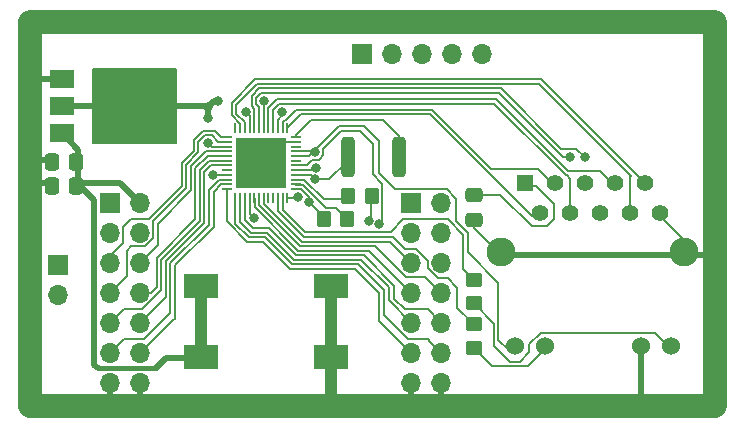
<source format=gbr>
%TF.GenerationSoftware,KiCad,Pcbnew,(6.0.11)*%
%TF.CreationDate,2025-03-13T12:33:08+04:00*%
%TF.ProjectId,gig_E,6769675f-452e-46b6-9963-61645f706362,rev?*%
%TF.SameCoordinates,Original*%
%TF.FileFunction,Copper,L1,Top*%
%TF.FilePolarity,Positive*%
%FSLAX46Y46*%
G04 Gerber Fmt 4.6, Leading zero omitted, Abs format (unit mm)*
G04 Created by KiCad (PCBNEW (6.0.11)) date 2025-03-13 12:33:08*
%MOMM*%
%LPD*%
G01*
G04 APERTURE LIST*
G04 Aperture macros list*
%AMRoundRect*
0 Rectangle with rounded corners*
0 $1 Rounding radius*
0 $2 $3 $4 $5 $6 $7 $8 $9 X,Y pos of 4 corners*
0 Add a 4 corners polygon primitive as box body*
4,1,4,$2,$3,$4,$5,$6,$7,$8,$9,$2,$3,0*
0 Add four circle primitives for the rounded corners*
1,1,$1+$1,$2,$3*
1,1,$1+$1,$4,$5*
1,1,$1+$1,$6,$7*
1,1,$1+$1,$8,$9*
0 Add four rect primitives between the rounded corners*
20,1,$1+$1,$2,$3,$4,$5,0*
20,1,$1+$1,$4,$5,$6,$7,0*
20,1,$1+$1,$6,$7,$8,$9,0*
20,1,$1+$1,$8,$9,$2,$3,0*%
G04 Aperture macros list end*
%TA.AperFunction,NonConductor*%
%ADD10C,0.200000*%
%TD*%
%TA.AperFunction,SMDPad,CuDef*%
%ADD11RoundRect,0.250000X0.312500X1.450000X-0.312500X1.450000X-0.312500X-1.450000X0.312500X-1.450000X0*%
%TD*%
%TA.AperFunction,SMDPad,CuDef*%
%ADD12R,2.000000X1.500000*%
%TD*%
%TA.AperFunction,SMDPad,CuDef*%
%ADD13R,2.000000X3.800000*%
%TD*%
%TA.AperFunction,ComponentPad*%
%ADD14R,1.700000X1.700000*%
%TD*%
%TA.AperFunction,ComponentPad*%
%ADD15O,1.700000X1.700000*%
%TD*%
%TA.AperFunction,SMDPad,CuDef*%
%ADD16RoundRect,0.050000X-0.050000X0.350000X-0.050000X-0.350000X0.050000X-0.350000X0.050000X0.350000X0*%
%TD*%
%TA.AperFunction,SMDPad,CuDef*%
%ADD17RoundRect,0.050000X-0.350000X0.050000X-0.350000X-0.050000X0.350000X-0.050000X0.350000X0.050000X0*%
%TD*%
%TA.AperFunction,ComponentPad*%
%ADD18C,1.600000*%
%TD*%
%TA.AperFunction,SMDPad,CuDef*%
%ADD19R,4.300000X4.300000*%
%TD*%
%TA.AperFunction,ComponentPad*%
%ADD20C,2.500000*%
%TD*%
%TA.AperFunction,SMDPad,CuDef*%
%ADD21RoundRect,0.250000X0.337500X0.475000X-0.337500X0.475000X-0.337500X-0.475000X0.337500X-0.475000X0*%
%TD*%
%TA.AperFunction,SMDPad,CuDef*%
%ADD22RoundRect,0.250000X0.450000X-0.350000X0.450000X0.350000X-0.450000X0.350000X-0.450000X-0.350000X0*%
%TD*%
%TA.AperFunction,SMDPad,CuDef*%
%ADD23RoundRect,0.250000X-0.475000X0.337500X-0.475000X-0.337500X0.475000X-0.337500X0.475000X0.337500X0*%
%TD*%
%TA.AperFunction,SMDPad,CuDef*%
%ADD24RoundRect,0.250000X0.350000X0.450000X-0.350000X0.450000X-0.350000X-0.450000X0.350000X-0.450000X0*%
%TD*%
%TA.AperFunction,ComponentPad*%
%ADD25R,1.398000X1.398000*%
%TD*%
%TA.AperFunction,ComponentPad*%
%ADD26C,1.398000*%
%TD*%
%TA.AperFunction,ComponentPad*%
%ADD27C,1.530000*%
%TD*%
%TA.AperFunction,ComponentPad*%
%ADD28C,2.445000*%
%TD*%
%TA.AperFunction,SMDPad,CuDef*%
%ADD29R,3.000000X2.000000*%
%TD*%
%TA.AperFunction,ViaPad*%
%ADD30C,0.800000*%
%TD*%
%TA.AperFunction,Conductor*%
%ADD31C,0.200000*%
%TD*%
%TA.AperFunction,Conductor*%
%ADD32C,0.500000*%
%TD*%
%TA.AperFunction,Conductor*%
%ADD33C,0.400000*%
%TD*%
%TA.AperFunction,Conductor*%
%ADD34C,1.000000*%
%TD*%
%TA.AperFunction,Conductor*%
%ADD35C,2.000000*%
%TD*%
G04 APERTURE END LIST*
D10*
G36*
X63400000Y-126200000D02*
G01*
X56400000Y-126200000D01*
X56400000Y-119950000D01*
X63400000Y-119950000D01*
X63400000Y-126200000D01*
G37*
X63400000Y-126200000D02*
X56400000Y-126200000D01*
X56400000Y-119950000D01*
X63400000Y-119950000D01*
X63400000Y-126200000D01*
D11*
%TO.P,L1,1,1*%
%TO.N,/INDUCTOR*%
X82275000Y-127400000D03*
%TO.P,L1,2,2*%
%TO.N,/+1v*%
X78000000Y-127400000D03*
%TD*%
D12*
%TO.P,U2,1,GND*%
%TO.N,GND*%
X53750000Y-120800000D03*
%TO.P,U2,2,VO*%
%TO.N,VCC*%
X53750000Y-123100000D03*
%TO.P,U2,3,VI*%
%TO.N,+5V*%
X53750000Y-125400000D03*
D13*
%TO.P,U2,4*%
%TO.N,N/C*%
X60050000Y-123100000D03*
%TD*%
D14*
%TO.P,J5,1,Pin_1*%
%TO.N,/ANALOG_IN*%
X53400000Y-136585000D03*
D15*
%TO.P,J5,2,Pin_2*%
%TO.N,GND*%
X53400000Y-139125000D03*
%TD*%
D14*
%TO.P,J2,1,Pin_1*%
%TO.N,/ANALOG_IN*%
X57800000Y-131300000D03*
D15*
%TO.P,J2,2,Pin_2*%
%TO.N,+5V*%
X60340000Y-131300000D03*
%TO.P,J2,3,Pin_3*%
%TO.N,unconnected-(J2-Pad3)*%
X57800000Y-133840000D03*
%TO.P,J2,4,Pin_4*%
%TO.N,unconnected-(J2-Pad4)*%
X60340000Y-133840000D03*
%TO.P,J2,5,Pin_5*%
%TO.N,/IO0*%
X57800000Y-136380000D03*
%TO.P,J2,6,Pin_6*%
%TO.N,/IO1*%
X60340000Y-136380000D03*
%TO.P,J2,7,Pin_7*%
%TO.N,/IO2*%
X57800000Y-138920000D03*
%TO.P,J2,8,Pin_8*%
%TO.N,/IO3*%
X60340000Y-138920000D03*
%TO.P,J2,9,Pin_9*%
%TO.N,/IO4*%
X57800000Y-141460000D03*
%TO.P,J2,10,Pin_10*%
%TO.N,/IO5*%
X60340000Y-141460000D03*
%TO.P,J2,11,Pin_11*%
%TO.N,/IO6*%
X57800000Y-144000000D03*
%TO.P,J2,12,Pin_12*%
%TO.N,/IO7*%
X60340000Y-144000000D03*
%TO.P,J2,13,Pin_13*%
%TO.N,GND*%
X57800000Y-146540000D03*
%TO.P,J2,14,Pin_14*%
X60340000Y-146540000D03*
%TD*%
D16*
%TO.P,U1,1,MDIP0*%
%TO.N,/0+*%
X72830000Y-124980000D03*
%TO.P,U1,2,MDIN0*%
%TO.N,/0-*%
X72430000Y-124980000D03*
%TO.P,U1,3,AVDD10*%
%TO.N,/+1v*%
X72030000Y-124980000D03*
%TO.P,U1,4,MDIP1*%
%TO.N,/1+*%
X71630000Y-124980000D03*
%TO.P,U1,5,MDIN1*%
%TO.N,/1-*%
X71230000Y-124980000D03*
%TO.P,U1,6,AVDD33*%
%TO.N,VCC*%
X70830000Y-124980000D03*
%TO.P,U1,7,MDIP2*%
%TO.N,/2+*%
X70430000Y-124980000D03*
%TO.P,U1,8,MDIN2*%
%TO.N,/2-*%
X70030000Y-124980000D03*
%TO.P,U1,9,AVDD10*%
%TO.N,/+1v*%
X69630000Y-124980000D03*
%TO.P,U1,10,MDIP3*%
%TO.N,/3+*%
X69230000Y-124980000D03*
%TO.P,U1,11,MDIN3*%
%TO.N,/3-*%
X68830000Y-124980000D03*
%TO.P,U1,12*%
%TO.N,N/C*%
X68430000Y-124980000D03*
D17*
%TO.P,U1,13,RXCTL*%
%TO.N,/IO0*%
X67680000Y-125730000D03*
%TO.P,U1,14,RXD0*%
%TO.N,/IO2*%
X67680000Y-126130000D03*
%TO.P,U1,15,DVDD33*%
%TO.N,VCC*%
X67680000Y-126530000D03*
%TO.P,U1,16,RXD1/TXDLY*%
%TO.N,/IO1*%
X67680000Y-126930000D03*
%TO.P,U1,17,RXD2/AN0*%
%TO.N,/IO3*%
X67680000Y-127330000D03*
%TO.P,U1,18,RXD3/AN1*%
%TO.N,/IO4*%
X67680000Y-127730000D03*
%TO.P,U1,19,RXC*%
%TO.N,/IO5*%
X67680000Y-128130000D03*
%TO.P,U1,20,INT*%
%TO.N,unconnected-(U1-Pad20)*%
X67680000Y-128530000D03*
%TO.P,U1,21,DVDD33*%
%TO.N,VCC*%
X67680000Y-128930000D03*
%TO.P,U1,22,TXC*%
%TO.N,/IO6*%
X67680000Y-129330000D03*
%TO.P,U1,23,TXD0*%
%TO.N,/IO7*%
X67680000Y-129730000D03*
%TO.P,U1,24,TXD1*%
%TO.N,/IO8*%
X67680000Y-130130000D03*
D16*
%TO.P,U1,25,TXD2*%
%TO.N,/IO9*%
X68430000Y-130880000D03*
%TO.P,U1,26,TXD3*%
%TO.N,/IO10*%
X68830000Y-130880000D03*
%TO.P,U1,27,TXCTL*%
%TO.N,/IO11*%
X69230000Y-130880000D03*
%TO.P,U1,28,DVDD10*%
%TO.N,/+1v*%
X69630000Y-130880000D03*
%TO.P,U1,29,PHYRSTB*%
%TO.N,/IO12*%
X70030000Y-130880000D03*
%TO.P,U1,30,MDC*%
%TO.N,/IO13*%
X70430000Y-130880000D03*
%TO.P,U1,31,MDIO*%
%TO.N,/IO14*%
X70830000Y-130880000D03*
%TO.P,U1,32,LED2/RXDLY*%
%TO.N,unconnected-(U1-Pad32)*%
X71230000Y-130880000D03*
%TO.P,U1,33,PME*%
%TO.N,unconnected-(U1-Pad33)*%
X71630000Y-130880000D03*
%TO.P,U1,34,LED0/PHY_AD0*%
%TO.N,Net-(R4-Pad2)*%
X72030000Y-130880000D03*
%TO.P,U1,35,LED1/PHY_AD1*%
%TO.N,Net-(R5-Pad2)*%
X72430000Y-130880000D03*
%TO.P,U1,36,DVDD10*%
%TO.N,/+1v*%
X72830000Y-130880000D03*
D17*
%TO.P,U1,37,DVDD33*%
%TO.N,VCC*%
X73580000Y-130130000D03*
%TO.P,U1,38,ENSWREG*%
%TO.N,/ENSWREG*%
X73580000Y-129730000D03*
%TO.P,U1,39,RSET*%
%TO.N,Net-(R3-Pad2)*%
X73580000Y-129330000D03*
%TO.P,U1,40,AVDD10*%
%TO.N,/+1v*%
X73580000Y-128930000D03*
%TO.P,U1,41,AVDD33*%
%TO.N,VCC*%
X73580000Y-128530000D03*
%TO.P,U1,42,CKXTAL1*%
%TO.N,/IO15*%
X73580000Y-128130000D03*
%TO.P,U1,43,CKXTAL2*%
%TO.N,unconnected-(U1-Pad43)*%
X73580000Y-127730000D03*
%TO.P,U1,44,VDDREG*%
%TO.N,VCC*%
X73580000Y-127330000D03*
%TO.P,U1,45,VDDREG*%
X73580000Y-126930000D03*
%TO.P,U1,46,CLK125*%
%TO.N,unconnected-(U1-Pad46)*%
X73580000Y-126530000D03*
%TO.P,U1,47,GND*%
%TO.N,GND*%
X73580000Y-126130000D03*
%TO.P,U1,48,REG_OUT*%
%TO.N,/INDUCTOR*%
X73580000Y-125730000D03*
D18*
%TO.P,U1,49,GND*%
%TO.N,GND*%
X69280000Y-126580000D03*
X71980000Y-126580000D03*
D19*
X70630000Y-127930000D03*
D18*
X71980000Y-129280000D03*
X69280000Y-129280000D03*
D20*
X70630000Y-127930000D03*
%TD*%
D21*
%TO.P,C9,1*%
%TO.N,+5V*%
X54937500Y-127800000D03*
%TO.P,C9,2*%
%TO.N,GND*%
X52862500Y-127800000D03*
%TD*%
D22*
%TO.P,R4,1*%
%TO.N,/LED0*%
X88600000Y-143600000D03*
%TO.P,R4,2*%
%TO.N,Net-(R4-Pad2)*%
X88600000Y-141600000D03*
%TD*%
D23*
%TO.P,C1,1*%
%TO.N,Net-(C1-Pad1)*%
X88600000Y-130662500D03*
%TO.P,C1,2*%
%TO.N,GND*%
X88600000Y-132737500D03*
%TD*%
D24*
%TO.P,R2,1*%
%TO.N,/ENSWREG*%
X77900000Y-132700000D03*
%TO.P,R2,2*%
%TO.N,VCC*%
X75900000Y-132700000D03*
%TD*%
D21*
%TO.P,C8,1*%
%TO.N,+5V*%
X54937500Y-129900000D03*
%TO.P,C8,2*%
%TO.N,GND*%
X52862500Y-129900000D03*
%TD*%
D24*
%TO.P,R3,1*%
%TO.N,GND*%
X80000000Y-130700000D03*
%TO.P,R3,2*%
%TO.N,Net-(R3-Pad2)*%
X78000000Y-130700000D03*
%TD*%
D25*
%TO.P,J1,1,P1*%
%TO.N,Net-(C1-Pad1)*%
X92980000Y-129640000D03*
D26*
%TO.P,J1,2,0+*%
%TO.N,/0+*%
X94260000Y-132180000D03*
%TO.P,J1,3,0-*%
%TO.N,/0-*%
X95520000Y-129640000D03*
%TO.P,J1,4,1+*%
%TO.N,/1+*%
X96800000Y-132180000D03*
%TO.P,J1,5,2+*%
%TO.N,/2+*%
X98060000Y-129640000D03*
%TO.P,J1,6,2-*%
%TO.N,/2-*%
X99340000Y-132180000D03*
%TO.P,J1,7,1-*%
%TO.N,/1-*%
X100600000Y-129640000D03*
%TO.P,J1,8,3+*%
%TO.N,/3+*%
X101880000Y-132180000D03*
%TO.P,J1,9,3-*%
%TO.N,/3-*%
X103140000Y-129640000D03*
%TO.P,J1,10,P10*%
%TO.N,GND*%
X104420000Y-132180000D03*
D27*
%TO.P,J1,11*%
%TO.N,VCC*%
X92075000Y-143430000D03*
%TO.P,J1,12*%
%TO.N,/LED0*%
X94615000Y-143430000D03*
%TO.P,J1,13*%
%TO.N,GND*%
X102785000Y-143430000D03*
%TO.P,J1,14*%
%TO.N,/LED1*%
X105325000Y-143430000D03*
D28*
%TO.P,J1,S1,SHIELD*%
%TO.N,GND*%
X90955000Y-135480000D03*
%TO.P,J1,S2,SHIELD*%
X106445000Y-135480000D03*
%TD*%
D14*
%TO.P,J6,1,Pin_1*%
%TO.N,/IO16*%
X79125000Y-118700000D03*
D15*
%TO.P,J6,2,Pin_2*%
%TO.N,/IO17*%
X81665000Y-118700000D03*
%TO.P,J6,3,Pin_3*%
%TO.N,/IO18*%
X84205000Y-118700000D03*
%TO.P,J6,4,Pin_4*%
%TO.N,/IO19*%
X86745000Y-118700000D03*
%TO.P,J6,5,Pin_5*%
%TO.N,GND*%
X89285000Y-118700000D03*
%TD*%
D22*
%TO.P,R5,1*%
%TO.N,/LED1*%
X88600000Y-139800000D03*
%TO.P,R5,2*%
%TO.N,Net-(R5-Pad2)*%
X88600000Y-137800000D03*
%TD*%
D29*
%TO.P,J4,1*%
%TO.N,+5V*%
X65500000Y-138350000D03*
X65500000Y-144350000D03*
%TO.P,J4,2*%
%TO.N,GND*%
X76500000Y-138350000D03*
%TO.P,J4,3,MountPin*%
X76500000Y-144350000D03*
%TD*%
D14*
%TO.P,J3,1,Pin_1*%
%TO.N,/IO18*%
X83300000Y-131300000D03*
D15*
%TO.P,J3,2,Pin_2*%
%TO.N,/IO19*%
X85840000Y-131300000D03*
%TO.P,J3,3,Pin_3*%
%TO.N,/IO16*%
X83300000Y-133840000D03*
%TO.P,J3,4,Pin_4*%
%TO.N,/IO17*%
X85840000Y-133840000D03*
%TO.P,J3,5,Pin_5*%
%TO.N,/IO14*%
X83300000Y-136380000D03*
%TO.P,J3,6,Pin_6*%
%TO.N,/IO15*%
X85840000Y-136380000D03*
%TO.P,J3,7,Pin_7*%
%TO.N,/IO12*%
X83300000Y-138920000D03*
%TO.P,J3,8,Pin_8*%
%TO.N,/IO13*%
X85840000Y-138920000D03*
%TO.P,J3,9,Pin_9*%
%TO.N,/IO10*%
X83300000Y-141460000D03*
%TO.P,J3,10,Pin_10*%
%TO.N,/IO11*%
X85840000Y-141460000D03*
%TO.P,J3,11,Pin_11*%
%TO.N,/IO8*%
X83300000Y-144000000D03*
%TO.P,J3,12,Pin_12*%
%TO.N,/IO9*%
X85840000Y-144000000D03*
%TO.P,J3,13,Pin_13*%
%TO.N,GND*%
X83300000Y-146540000D03*
%TO.P,J3,14,Pin_14*%
X85840000Y-146540000D03*
%TD*%
D30*
%TO.N,/2+*%
X96800000Y-127379500D03*
%TO.N,/2-*%
X98000000Y-127400000D03*
%TO.N,VCC*%
X66100000Y-123200000D03*
X75218885Y-128331612D03*
X66930014Y-122669986D03*
X66126926Y-126250500D03*
X74669520Y-131230480D03*
X66509830Y-128935119D03*
X75200000Y-126972112D03*
X66100000Y-124100000D03*
X70869986Y-122669986D03*
%TO.N,GND*%
X79700000Y-132800000D03*
%TO.N,/IO15*%
X80625583Y-133120500D03*
%TO.N,/+1v*%
X70007267Y-132601587D03*
X75209431Y-129311069D03*
X69318223Y-123577979D03*
X72400000Y-123600000D03*
X73700000Y-130809500D03*
%TD*%
D31*
%TO.N,/LED0*%
X88600000Y-143600000D02*
X90125000Y-145125000D01*
X90125000Y-145125000D02*
X93190000Y-145125000D01*
X93190000Y-145125000D02*
X94615000Y-143700000D01*
%TO.N,/0+*%
X84900000Y-123800000D02*
X93550000Y-132450000D01*
X72830000Y-124980000D02*
X74010000Y-123800000D01*
X93550000Y-132450000D02*
X94260000Y-132450000D01*
X74010000Y-123800000D02*
X84900000Y-123800000D01*
%TO.N,/0-*%
X73561666Y-123400000D02*
X85100000Y-123400000D01*
X72681666Y-124280000D02*
X73561666Y-123400000D01*
X72620000Y-124280000D02*
X72681666Y-124280000D01*
X94010000Y-128400000D02*
X95520000Y-129910000D01*
X90100000Y-128400000D02*
X94010000Y-128400000D01*
X72430000Y-124980000D02*
X72430000Y-124470000D01*
X85100000Y-123400000D02*
X90100000Y-128400000D01*
X72430000Y-124470000D02*
X72620000Y-124280000D01*
%TO.N,/1+*%
X96800000Y-129300000D02*
X96800000Y-132450000D01*
X71630000Y-124980000D02*
X71630000Y-123408334D01*
X96442598Y-128980000D02*
X96480000Y-128980000D01*
X90362598Y-122900000D02*
X96442598Y-128980000D01*
X71630000Y-123408334D02*
X72138334Y-122900000D01*
X72138334Y-122900000D02*
X90362598Y-122900000D01*
X96480000Y-128980000D02*
X96800000Y-129300000D01*
X72138334Y-122900000D02*
X71610000Y-123428334D01*
X71610000Y-123428334D02*
X71610000Y-125000000D01*
%TO.N,/2+*%
X96179500Y-127379500D02*
X90789986Y-121989986D01*
X70588320Y-121989986D02*
X72689986Y-121989986D01*
X70430000Y-124980000D02*
X70430000Y-123191666D01*
X70189986Y-122951652D02*
X70189986Y-122388320D01*
X70189986Y-122388320D02*
X70588320Y-121989986D01*
X70430000Y-123191666D02*
X70189986Y-122951652D01*
X96800000Y-127379500D02*
X96179500Y-127379500D01*
X90789986Y-121989986D02*
X72689986Y-121989986D01*
X72689986Y-121989986D02*
X72700000Y-122000000D01*
%TO.N,/2-*%
X97300000Y-126700000D02*
X96037402Y-126700000D01*
X70440904Y-121600000D02*
X69809986Y-122230918D01*
X69809986Y-123109054D02*
X70030000Y-123329068D01*
X90937402Y-121600000D02*
X70440904Y-121600000D01*
X69809986Y-122230918D02*
X69809986Y-123109054D01*
X98000000Y-127400000D02*
X97300000Y-126700000D01*
X70030000Y-123329068D02*
X70030000Y-124980000D01*
X96037402Y-126700000D02*
X90937402Y-121600000D01*
%TO.N,/1-*%
X71230000Y-123270932D02*
X71980933Y-122520000D01*
X71230000Y-124980000D02*
X71230000Y-123270932D01*
X100100000Y-129368082D02*
X100100000Y-129410000D01*
X71980933Y-122520000D02*
X90520000Y-122520000D01*
X90520000Y-122520000D02*
X96600000Y-128600000D01*
X99331918Y-128600000D02*
X100100000Y-129368082D01*
X100100000Y-129410000D02*
X100600000Y-129910000D01*
X96600000Y-128600000D02*
X99331918Y-128600000D01*
%TO.N,/LED1*%
X93300000Y-143952854D02*
X93300000Y-143267146D01*
X94267146Y-142300000D02*
X103925000Y-142300000D01*
X93300000Y-143267146D02*
X94267146Y-142300000D01*
X92507854Y-144745000D02*
X93300000Y-143952854D01*
X90320000Y-141520000D02*
X90320000Y-143422854D01*
X88600000Y-139800000D02*
X90320000Y-141520000D01*
X91642146Y-144745000D02*
X92507854Y-144745000D01*
X103925000Y-142300000D02*
X105325000Y-143700000D01*
X90320000Y-143422854D02*
X91642146Y-144745000D01*
%TO.N,Net-(C1-Pad1)*%
X93879000Y-129910000D02*
X95400000Y-131431000D01*
X95400000Y-131431000D02*
X95400000Y-132700000D01*
X94800000Y-133300000D02*
X93500000Y-133300000D01*
X93500000Y-133300000D02*
X90862500Y-130662500D01*
X90862500Y-130662500D02*
X88600000Y-130662500D01*
X95400000Y-132700000D02*
X94800000Y-133300000D01*
X92980000Y-129910000D02*
X93879000Y-129910000D01*
%TO.N,/INDUCTOR*%
X74800000Y-124300000D02*
X80900000Y-124300000D01*
X73580000Y-125730000D02*
X73580000Y-125520000D01*
X73580000Y-125520000D02*
X74800000Y-124300000D01*
X82275000Y-125675000D02*
X82275000Y-127400000D01*
X80900000Y-124300000D02*
X82275000Y-125675000D01*
%TO.N,/3+*%
X101880000Y-129020000D02*
X101880000Y-132450000D01*
X94120000Y-121220000D02*
X101900000Y-129000000D01*
X68520000Y-122983502D02*
X70283502Y-121220000D01*
X69208578Y-124430000D02*
X68520000Y-123741422D01*
X70283502Y-121220000D02*
X94120000Y-121220000D01*
X101900000Y-129000000D02*
X101880000Y-129020000D01*
X69230000Y-124980000D02*
X69230000Y-124430000D01*
X68520000Y-123741422D02*
X68520000Y-122983502D01*
X69230000Y-124430000D02*
X69208578Y-124430000D01*
%TO.N,/3-*%
X68140000Y-123898823D02*
X68140000Y-122826100D01*
X94340000Y-120840000D02*
X102800000Y-129300000D01*
X70126101Y-120840000D02*
X94340000Y-120840000D01*
X68830000Y-124588824D02*
X68140000Y-123898823D01*
X68830000Y-124980000D02*
X68830000Y-124588824D01*
X68140000Y-122826100D02*
X70126101Y-120840000D01*
%TO.N,Net-(R3-Pad2)*%
X73580000Y-129330000D02*
X74267402Y-129330000D01*
X75937402Y-131000000D02*
X77600000Y-131000000D01*
X74267402Y-129330000D02*
X75937402Y-131000000D01*
D32*
%TO.N,+5V*%
X55137500Y-129600000D02*
X55137500Y-129737500D01*
X62550000Y-144450000D02*
X65500000Y-144450000D01*
X55137500Y-129737500D02*
X56500000Y-131100000D01*
X56500000Y-145000000D02*
X56800000Y-145300000D01*
X58640000Y-129600000D02*
X60340000Y-131300000D01*
X55137500Y-129600000D02*
X58640000Y-129600000D01*
D33*
X56800000Y-145300000D02*
X61700000Y-145300000D01*
D32*
X53750000Y-125400000D02*
X55137500Y-126787500D01*
D34*
X65500000Y-138450000D02*
X65500000Y-144450000D01*
D32*
X61700000Y-145300000D02*
X62550000Y-144450000D01*
X55137500Y-127700000D02*
X55137500Y-129600000D01*
X56500000Y-131100000D02*
X56500000Y-145000000D01*
X55137500Y-126787500D02*
X55137500Y-127700000D01*
D31*
%TO.N,Net-(R4-Pad2)*%
X74197403Y-134200000D02*
X81800000Y-134200000D01*
X81800000Y-134200000D02*
X82800000Y-135200000D01*
X87200000Y-138500000D02*
X87200000Y-140200000D01*
X85561938Y-137700000D02*
X86400000Y-137700000D01*
X84710000Y-136848062D02*
X85561938Y-137700000D01*
X86400000Y-137700000D02*
X87200000Y-138500000D01*
X87200000Y-140200000D02*
X88600000Y-141600000D01*
X82800000Y-135200000D02*
X83718062Y-135200000D01*
X84710000Y-136191938D02*
X84710000Y-136848062D01*
X72030000Y-132032597D02*
X74197403Y-134200000D01*
X72030000Y-130880000D02*
X72030000Y-132032597D01*
X83718062Y-135200000D02*
X84710000Y-136191938D01*
%TO.N,VCC*%
X73580000Y-128530000D02*
X75020497Y-128530000D01*
D32*
X66100000Y-123200000D02*
X66100000Y-124100000D01*
D31*
X77200000Y-124800000D02*
X79300000Y-124800000D01*
X73580000Y-126930000D02*
X75157888Y-126930000D01*
X74669520Y-131230480D02*
X74669520Y-130806922D01*
X66600000Y-129000000D02*
X66535119Y-128935119D01*
X75200000Y-126800000D02*
X77200000Y-124800000D01*
X75200000Y-126972112D02*
X75200000Y-126800000D01*
X75900000Y-132700000D02*
X75900000Y-132460960D01*
X80600000Y-126100000D02*
X80600000Y-128800000D01*
X87100000Y-130961938D02*
X87100000Y-132862598D01*
X67680000Y-128930000D02*
X66670000Y-128930000D01*
X75200000Y-127000000D02*
X75200000Y-126972112D01*
D32*
X60050000Y-123100000D02*
X66000000Y-123100000D01*
X66000000Y-123100000D02*
X66100000Y-123200000D01*
D31*
X90700000Y-138100000D02*
X90700000Y-142900000D01*
X75020497Y-128530000D02*
X75218885Y-128331612D01*
X79300000Y-124800000D02*
X80600000Y-126100000D01*
X90700000Y-142900000D02*
X91500000Y-143700000D01*
X81970000Y-130170000D02*
X86308062Y-130170000D01*
X74669520Y-130806922D02*
X73992598Y-130130000D01*
X75157888Y-126930000D02*
X75200000Y-126972112D01*
D32*
X66930014Y-122669986D02*
X66630014Y-122669986D01*
D31*
X70830000Y-122709972D02*
X70830000Y-124980000D01*
X66406426Y-126530000D02*
X67680000Y-126530000D01*
D32*
X66630014Y-122669986D02*
X66100000Y-123200000D01*
D31*
X66670000Y-128930000D02*
X66600000Y-129000000D01*
X87100000Y-132862598D02*
X88100000Y-133862598D01*
X88100000Y-135500000D02*
X90700000Y-138100000D01*
X88100000Y-133862598D02*
X88100000Y-135500000D01*
X75027888Y-126972112D02*
X75200000Y-126972112D01*
X86308062Y-130170000D02*
X87100000Y-130961938D01*
X91500000Y-143700000D02*
X92075000Y-143700000D01*
X80600000Y-128800000D02*
X81970000Y-130170000D01*
X66126926Y-126250500D02*
X66406426Y-126530000D01*
X75900000Y-132460960D02*
X74669520Y-131230480D01*
X66535119Y-128935119D02*
X66509830Y-128935119D01*
X73580000Y-127330000D02*
X74670000Y-127330000D01*
D32*
X53750000Y-123100000D02*
X60050000Y-123100000D01*
D31*
X70869986Y-122669986D02*
X70830000Y-122709972D01*
X73992598Y-130130000D02*
X73580000Y-130130000D01*
X74670000Y-127330000D02*
X75027888Y-126972112D01*
%TO.N,/IO0*%
X63900000Y-129900000D02*
X61090000Y-132710000D01*
X64920000Y-125958359D02*
X64920000Y-126876275D01*
X58930000Y-134670000D02*
X57800000Y-135800000D01*
X58930000Y-133371938D02*
X58930000Y-134670000D01*
X57800000Y-135800000D02*
X57800000Y-136380000D01*
X67650000Y-125700000D02*
X67200000Y-125700000D01*
X65687858Y-125190500D02*
X64920000Y-125958359D01*
X67680000Y-125730000D02*
X67650000Y-125700000D01*
X59591938Y-132710000D02*
X58930000Y-133371938D01*
X63900000Y-127896275D02*
X63900000Y-129900000D01*
X64920000Y-126876275D02*
X63900000Y-127896275D01*
X61090000Y-132710000D02*
X59591938Y-132710000D01*
X67200000Y-125700000D02*
X66690500Y-125190500D01*
X66690500Y-125190500D02*
X65687858Y-125190500D01*
%TO.N,/IO1*%
X64660000Y-130240000D02*
X61850000Y-133050000D01*
X61850000Y-134870000D02*
X60340000Y-136380000D01*
X64660000Y-128211079D02*
X64660000Y-130240000D01*
X65941079Y-126930000D02*
X64660000Y-128211079D01*
X61850000Y-133050000D02*
X61850000Y-134870000D01*
X67680000Y-126930000D02*
X65941079Y-126930000D01*
%TO.N,/IO2*%
X65300000Y-126115760D02*
X65300000Y-127033677D01*
X59210000Y-137510000D02*
X57800000Y-138920000D01*
X65300000Y-127033677D02*
X64280000Y-128053678D01*
X65845260Y-125570500D02*
X65300000Y-126115760D01*
X59210000Y-135390000D02*
X59210000Y-137510000D01*
X64280000Y-128053678D02*
X64280000Y-130057402D01*
X67680000Y-126130000D02*
X66968092Y-126130000D01*
X59630000Y-134970000D02*
X59210000Y-135390000D01*
X61470000Y-134308062D02*
X60808062Y-134970000D01*
X66408592Y-125570500D02*
X65845260Y-125570500D01*
X60808062Y-134970000D02*
X59630000Y-134970000D01*
X66968092Y-126130000D02*
X66408592Y-125570500D01*
X61470000Y-132867402D02*
X61470000Y-134308062D01*
X64280000Y-130057402D02*
X61470000Y-132867402D01*
%TO.N,/IO3*%
X61780000Y-135947794D02*
X61780000Y-138420000D01*
X65040000Y-132687794D02*
X61780000Y-135947794D01*
X61780000Y-138420000D02*
X61280000Y-138920000D01*
X67680000Y-127330000D02*
X66078480Y-127330000D01*
X66078480Y-127330000D02*
X65040000Y-128368480D01*
X61280000Y-138920000D02*
X60340000Y-138920000D01*
X65040000Y-128368480D02*
X65040000Y-132687794D01*
%TO.N,Net-(R5-Pad2)*%
X72430000Y-130880000D02*
X72430000Y-131895195D01*
X81570969Y-133800000D02*
X82660969Y-132710000D01*
X72430000Y-131895195D02*
X74334805Y-133800000D01*
X74334805Y-133800000D02*
X81570969Y-133800000D01*
X87700000Y-136900000D02*
X88600000Y-137800000D01*
X82660969Y-132710000D02*
X86410000Y-132710000D01*
X86410000Y-132710000D02*
X87700000Y-134000000D01*
X87700000Y-134000000D02*
X87700000Y-136900000D01*
%TO.N,/IO4*%
X65420000Y-128525881D02*
X65420000Y-132845196D01*
X66215881Y-127730000D02*
X65420000Y-128525881D01*
X67680000Y-127730000D02*
X66215881Y-127730000D01*
X62160000Y-136105196D02*
X62160000Y-138698062D01*
X62160000Y-138698062D02*
X60558062Y-140300000D01*
X58960000Y-140300000D02*
X57800000Y-141460000D01*
X60558062Y-140300000D02*
X58960000Y-140300000D01*
X65420000Y-132845196D02*
X62160000Y-136105196D01*
%TO.N,/IO5*%
X67680000Y-128130000D02*
X66353283Y-128130000D01*
X62540000Y-136262598D02*
X62540000Y-139260000D01*
X62540000Y-139260000D02*
X60340000Y-141460000D01*
X65800000Y-133002598D02*
X62540000Y-136262598D01*
X65800000Y-128683283D02*
X65800000Y-133002598D01*
X66353283Y-128130000D02*
X65800000Y-128683283D01*
%TO.N,/IO6*%
X62920000Y-140600000D02*
X60720000Y-142800000D01*
X67680000Y-129330000D02*
X67075908Y-129330000D01*
X66200000Y-130205908D02*
X66200000Y-133140000D01*
X59000000Y-142800000D02*
X57800000Y-144000000D01*
X67075908Y-129330000D02*
X66200000Y-130205908D01*
X60720000Y-142800000D02*
X59000000Y-142800000D01*
X66200000Y-133140000D02*
X62920000Y-136420000D01*
X62920000Y-136420000D02*
X62920000Y-140600000D01*
%TO.N,/IO7*%
X66580000Y-133320000D02*
X63300000Y-136600000D01*
X63240000Y-141100000D02*
X60340000Y-144000000D01*
X66580000Y-130363310D02*
X66580000Y-133320000D01*
X63300000Y-136600000D02*
X63300000Y-141100000D01*
X67680000Y-129730000D02*
X67213310Y-129730000D01*
X67213310Y-129730000D02*
X66580000Y-130363310D01*
X63300000Y-141100000D02*
X63240000Y-141100000D01*
D32*
%TO.N,GND*%
X90955000Y-135750000D02*
X106445000Y-135750000D01*
D35*
X51000000Y-116000000D02*
X109000000Y-116000000D01*
D31*
X73580000Y-126130000D02*
X72430000Y-126130000D01*
D35*
X109000000Y-148500000D02*
X109000000Y-129400000D01*
D31*
X88600000Y-133395000D02*
X90955000Y-135750000D01*
X79900000Y-132600000D02*
X79700000Y-132800000D01*
D32*
X51100000Y-120800000D02*
X51000000Y-120900000D01*
D31*
X106445000Y-134475000D02*
X106445000Y-135750000D01*
D34*
X76500000Y-138450000D02*
X76500000Y-144450000D01*
D32*
X85840000Y-148360000D02*
X85700000Y-148500000D01*
D35*
X60600000Y-148500000D02*
X76500000Y-148500000D01*
X103300000Y-148500000D02*
X109000000Y-148500000D01*
D31*
X79900000Y-131000000D02*
X79900000Y-132600000D01*
D32*
X102785000Y-147985000D02*
X103300000Y-148500000D01*
D31*
X72430000Y-126130000D02*
X71980000Y-126580000D01*
D32*
X51600000Y-129600000D02*
X51000000Y-130200000D01*
X102785000Y-143700000D02*
X102785000Y-147985000D01*
D35*
X76500000Y-148500000D02*
X83200000Y-148500000D01*
D32*
X53750000Y-120800000D02*
X51100000Y-120800000D01*
D34*
X76500000Y-144450000D02*
X76500000Y-148500000D01*
D31*
X104420000Y-132450000D02*
X106445000Y-134475000D01*
D35*
X51000000Y-130200000D02*
X51000000Y-127200000D01*
X85700000Y-148500000D02*
X103300000Y-148500000D01*
D31*
X88600000Y-133395000D02*
X88600000Y-132737500D01*
D32*
X60340000Y-148240000D02*
X60600000Y-148500000D01*
X53062500Y-129600000D02*
X51600000Y-129600000D01*
X106445000Y-135750000D02*
X108750000Y-135750000D01*
X57800000Y-146540000D02*
X57800000Y-148500000D01*
X60340000Y-146540000D02*
X60340000Y-148240000D01*
D35*
X51000000Y-120900000D02*
X51000000Y-116000000D01*
X83200000Y-148500000D02*
X85700000Y-148500000D01*
X51000000Y-148500000D02*
X57800000Y-148500000D01*
D32*
X83300000Y-146540000D02*
X83300000Y-148400000D01*
X53062500Y-127700000D02*
X51500000Y-127700000D01*
D35*
X109000000Y-116000000D02*
X109000000Y-129400000D01*
X51000000Y-127200000D02*
X51000000Y-123800000D01*
D32*
X51500000Y-127700000D02*
X51000000Y-127200000D01*
D35*
X51000000Y-123800000D02*
X51000000Y-148500000D01*
X57800000Y-148500000D02*
X60600000Y-148500000D01*
X109000000Y-129400000D02*
X109000000Y-135500000D01*
X51000000Y-123800000D02*
X51000000Y-120900000D01*
D32*
X85840000Y-146540000D02*
X85840000Y-148360000D01*
X83300000Y-148400000D02*
X83200000Y-148500000D01*
D31*
X108750000Y-135750000D02*
X109000000Y-135500000D01*
%TO.N,/IO14*%
X74040001Y-134580000D02*
X81500000Y-134580000D01*
X70830000Y-130880000D02*
X70830000Y-131369999D01*
X81500000Y-134580000D02*
X83300000Y-136380000D01*
X70830000Y-131369999D02*
X74040001Y-134580000D01*
%TO.N,/IO15*%
X75880000Y-127270467D02*
X75551612Y-127598855D01*
X77400000Y-125200000D02*
X75880000Y-126720000D01*
X74936719Y-127652112D02*
X75481666Y-127652112D01*
X73580000Y-128130000D02*
X74458831Y-128130000D01*
X79000000Y-125200000D02*
X77400000Y-125200000D01*
X74458831Y-128130000D02*
X74936719Y-127652112D01*
X80100000Y-128900000D02*
X80100000Y-126300000D01*
X80100000Y-126300000D02*
X79000000Y-125200000D01*
X75880000Y-126720000D02*
X75880000Y-127270467D01*
X80880000Y-129680000D02*
X80100000Y-128900000D01*
X80880000Y-132866083D02*
X80880000Y-129680000D01*
X75481666Y-127652112D02*
X75516889Y-127616889D01*
X80625583Y-133120500D02*
X80880000Y-132866083D01*
%TO.N,/IO12*%
X73725199Y-135340000D02*
X79720000Y-135340000D01*
X70030000Y-130880000D02*
X70050000Y-130900000D01*
X79720000Y-135340000D02*
X83300000Y-138920000D01*
X70050000Y-130900000D02*
X70050000Y-131664803D01*
X70050000Y-131664803D02*
X73725199Y-135340000D01*
%TO.N,/IO13*%
X82900000Y-137600000D02*
X84520000Y-137600000D01*
X84520000Y-137600000D02*
X85840000Y-138920000D01*
X70430000Y-130880000D02*
X70430000Y-131507401D01*
X73882600Y-134960000D02*
X80260000Y-134960000D01*
X70430000Y-131507401D02*
X73882600Y-134960000D01*
X80260000Y-134960000D02*
X82900000Y-137600000D01*
%TO.N,/IO10*%
X69726613Y-133820000D02*
X71100000Y-133820000D01*
X81400000Y-138400000D02*
X81400000Y-139560000D01*
X68830000Y-132923387D02*
X69726613Y-133820000D01*
X73380000Y-136100000D02*
X79100000Y-136100000D01*
X79100000Y-136100000D02*
X81400000Y-138400000D01*
X71100000Y-133820000D02*
X73380000Y-136100000D01*
X81400000Y-139560000D02*
X83300000Y-141460000D01*
X68830000Y-130880000D02*
X68830000Y-132923387D01*
%TO.N,/IO11*%
X73567797Y-135720000D02*
X79300000Y-135720000D01*
X82830000Y-140330000D02*
X84710000Y-140330000D01*
X69884014Y-133440000D02*
X71287796Y-133440000D01*
X84710000Y-140330000D02*
X85840000Y-141460000D01*
X79300000Y-135720000D02*
X81900000Y-138320000D01*
X71287796Y-133440000D02*
X73567797Y-135720000D01*
X69230000Y-130880000D02*
X69230000Y-132785986D01*
X81900000Y-139400000D02*
X82830000Y-140330000D01*
X69230000Y-132785986D02*
X69884014Y-133440000D01*
X81900000Y-138320000D02*
X81900000Y-139400000D01*
%TO.N,/IO8*%
X78560000Y-136860000D02*
X80620000Y-138920000D01*
X80620000Y-141320000D02*
X83300000Y-144000000D01*
X80620000Y-138920000D02*
X80620000Y-141320000D01*
X69405197Y-134580000D02*
X70742598Y-134580000D01*
X67680000Y-132854803D02*
X69405197Y-134580000D01*
X73022599Y-136860000D02*
X78560000Y-136860000D01*
X67680000Y-130130000D02*
X67680000Y-132854803D01*
X70742598Y-134580000D02*
X73022599Y-136860000D01*
%TO.N,/IO9*%
X69562598Y-134200000D02*
X68430000Y-133067402D01*
X83041938Y-142800000D02*
X84700000Y-142800000D01*
X84800000Y-142900000D02*
X84800000Y-142960000D01*
X69562598Y-134200000D02*
X70900000Y-134200000D01*
X73180000Y-136480000D02*
X78780000Y-136480000D01*
X78780000Y-136480000D02*
X81000000Y-138700000D01*
X81000000Y-138700000D02*
X81000000Y-140758062D01*
X84700000Y-142800000D02*
X84800000Y-142900000D01*
X68430000Y-133067402D02*
X68430000Y-130880000D01*
X84800000Y-142960000D02*
X85840000Y-144000000D01*
X70900000Y-134200000D02*
X73180000Y-136480000D01*
X81000000Y-140758062D02*
X83041938Y-142800000D01*
%TO.N,/+1v*%
X73580000Y-128930000D02*
X74828362Y-128930000D01*
X69630000Y-132224320D02*
X70007267Y-132601587D01*
X69318223Y-123577979D02*
X69630000Y-123889756D01*
X70007267Y-132601587D02*
X70007267Y-132507267D01*
X73629500Y-130880000D02*
X73700000Y-130809500D01*
X74828362Y-128930000D02*
X75209431Y-129311069D01*
X69630000Y-123889756D02*
X69630000Y-124980000D01*
X72400000Y-123900000D02*
X72030000Y-124270000D01*
X72830000Y-130880000D02*
X73629500Y-130880000D01*
X69630000Y-130880000D02*
X69630000Y-132224320D01*
X76351431Y-129311069D02*
X77862500Y-127800000D01*
X75209431Y-129311069D02*
X76351431Y-129311069D01*
X72030000Y-124270000D02*
X72030000Y-124980000D01*
X72400000Y-123600000D02*
X72400000Y-123900000D01*
%TO.N,/ENSWREG*%
X73600000Y-129750000D02*
X74150000Y-129750000D01*
X74150000Y-129750000D02*
X76120000Y-131720000D01*
X73580000Y-129730000D02*
X73600000Y-129750000D01*
X76120000Y-131720000D02*
X76920000Y-131720000D01*
X76920000Y-131720000D02*
X77900000Y-132700000D01*
%TD*%
M02*

</source>
